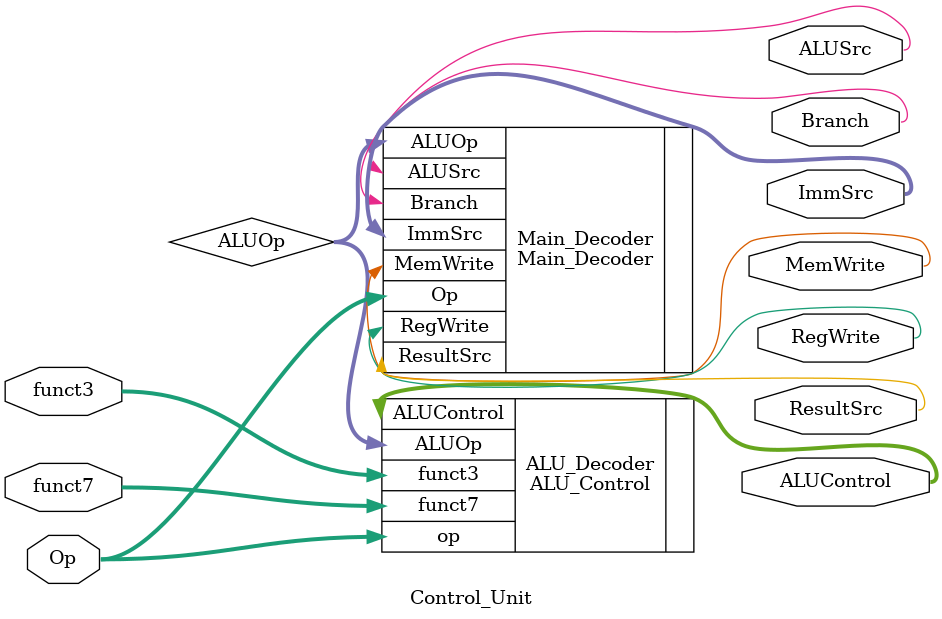
<source format=v>
`timescale 1ns / 1ps


module Control_Unit(
    input  [6:0]Op,funct7,
    input  [2:0]funct3,
    output RegWrite,ALUSrc,MemWrite,ResultSrc,Branch,
    output [1:0]ImmSrc,
    output [2:0]ALUControl
    );

    wire [1:0]ALUOp;

    Main_Decoder Main_Decoder(
                .Op(Op),
                .RegWrite(RegWrite),
                .ImmSrc(ImmSrc),
                .MemWrite(MemWrite),
                .ResultSrc(ResultSrc),
                .Branch(Branch),
                .ALUSrc(ALUSrc),
                .ALUOp(ALUOp)
    );

    ALU_Control ALU_Decoder(
                            .ALUOp(ALUOp),
                            .funct3(funct3),
                            .funct7(funct7),
                            .op(Op),
                            .ALUControl(ALUControl)
    );


endmodule

</source>
